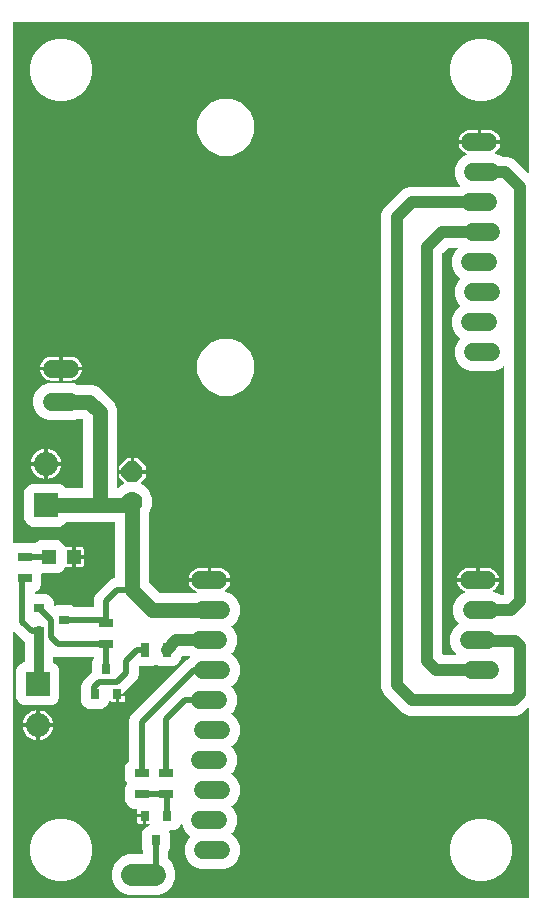
<source format=gbr>
G04 EAGLE Gerber RS-274X export*
G75*
%MOMM*%
%FSLAX34Y34*%
%LPD*%
%INBottom Copper*%
%IPPOS*%
%AMOC8*
5,1,8,0,0,1.08239X$1,22.5*%
G01*
%ADD10C,1.524000*%
%ADD11R,2.032000X2.032000*%
%ADD12C,2.032000*%
%ADD13R,0.800000X1.200000*%
%ADD14P,1.924489X8X112.500000*%
%ADD15C,1.778000*%
%ADD16R,0.900000X0.800000*%
%ADD17R,0.800000X0.900000*%
%ADD18R,1.200000X0.800000*%
%ADD19R,1.200000X1.200000*%
%ADD20C,1.879600*%
%ADD21C,1.016000*%
%ADD22C,1.270000*%
%ADD23C,0.508000*%
%ADD24C,0.812800*%

G36*
X-446100Y10164D02*
X-446100Y10164D01*
X-446120Y10162D01*
X-446222Y10184D01*
X-446324Y10200D01*
X-446341Y10210D01*
X-446361Y10214D01*
X-446450Y10267D01*
X-446541Y10316D01*
X-446555Y10330D01*
X-446572Y10340D01*
X-446639Y10419D01*
X-446710Y10494D01*
X-446719Y10512D01*
X-446732Y10527D01*
X-446770Y10623D01*
X-446814Y10717D01*
X-446816Y10737D01*
X-446824Y10755D01*
X-446842Y10922D01*
X-446901Y235156D01*
X-446889Y235227D01*
X-446888Y235299D01*
X-446870Y235348D01*
X-446861Y235399D01*
X-446828Y235462D01*
X-446803Y235530D01*
X-446771Y235570D01*
X-446746Y235616D01*
X-446694Y235666D01*
X-446649Y235722D01*
X-446606Y235750D01*
X-446568Y235786D01*
X-446503Y235816D01*
X-446443Y235855D01*
X-446392Y235868D01*
X-446345Y235889D01*
X-446274Y235897D01*
X-446204Y235915D01*
X-446152Y235911D01*
X-446101Y235917D01*
X-446030Y235901D01*
X-445959Y235896D01*
X-445911Y235875D01*
X-445860Y235864D01*
X-445798Y235827D01*
X-445732Y235799D01*
X-445677Y235755D01*
X-445649Y235738D01*
X-445634Y235720D01*
X-445601Y235695D01*
X-437288Y227381D01*
X-437235Y227307D01*
X-437175Y227237D01*
X-437163Y227207D01*
X-437144Y227181D01*
X-437117Y227094D01*
X-437083Y227009D01*
X-437079Y226968D01*
X-437072Y226946D01*
X-437073Y226914D01*
X-437065Y226843D01*
X-437065Y210512D01*
X-437084Y210398D01*
X-437101Y210281D01*
X-437103Y210276D01*
X-437104Y210270D01*
X-437159Y210167D01*
X-437212Y210062D01*
X-437217Y210058D01*
X-437220Y210052D01*
X-437304Y209972D01*
X-437388Y209890D01*
X-437394Y209886D01*
X-437398Y209883D01*
X-437415Y209875D01*
X-437535Y209809D01*
X-440592Y208543D01*
X-442843Y206292D01*
X-444061Y203351D01*
X-444061Y179849D01*
X-442843Y176908D01*
X-440592Y174657D01*
X-437651Y173439D01*
X-414149Y173439D01*
X-411208Y174657D01*
X-408957Y176908D01*
X-407739Y179849D01*
X-407739Y203351D01*
X-408957Y206292D01*
X-411208Y208543D01*
X-412465Y209063D01*
X-412565Y209125D01*
X-412665Y209185D01*
X-412669Y209190D01*
X-412674Y209193D01*
X-412749Y209284D01*
X-412825Y209372D01*
X-412827Y209378D01*
X-412831Y209383D01*
X-412873Y209491D01*
X-412917Y209600D01*
X-412918Y209608D01*
X-412919Y209612D01*
X-412920Y209630D01*
X-412935Y209767D01*
X-412935Y214082D01*
X-412928Y214127D01*
X-412930Y214173D01*
X-412908Y214248D01*
X-412896Y214324D01*
X-412874Y214365D01*
X-412861Y214409D01*
X-412817Y214473D01*
X-412780Y214542D01*
X-412747Y214573D01*
X-412721Y214611D01*
X-412658Y214658D01*
X-412602Y214711D01*
X-412560Y214730D01*
X-412524Y214758D01*
X-412450Y214782D01*
X-412379Y214815D01*
X-412333Y214820D01*
X-412290Y214834D01*
X-412212Y214833D01*
X-412135Y214842D01*
X-412090Y214832D01*
X-412044Y214832D01*
X-411913Y214794D01*
X-411894Y214790D01*
X-411890Y214787D01*
X-411883Y214785D01*
X-411097Y214459D01*
X-379302Y214459D01*
X-379282Y214456D01*
X-379263Y214458D01*
X-379161Y214436D01*
X-379059Y214420D01*
X-379042Y214410D01*
X-379022Y214406D01*
X-378933Y214353D01*
X-378842Y214304D01*
X-378828Y214290D01*
X-378811Y214280D01*
X-378744Y214201D01*
X-378672Y214126D01*
X-378664Y214108D01*
X-378651Y214093D01*
X-378612Y213997D01*
X-378569Y213903D01*
X-378567Y213883D01*
X-378559Y213865D01*
X-378541Y213698D01*
X-378541Y213589D01*
X-378555Y213499D01*
X-378563Y213408D01*
X-378575Y213379D01*
X-378580Y213347D01*
X-378623Y213266D01*
X-378659Y213182D01*
X-378685Y213150D01*
X-378696Y213129D01*
X-378719Y213107D01*
X-378764Y213051D01*
X-378783Y213032D01*
X-380001Y210091D01*
X-380001Y202221D01*
X-380015Y202131D01*
X-380023Y202040D01*
X-380035Y202011D01*
X-380040Y201979D01*
X-380083Y201898D01*
X-380119Y201814D01*
X-380145Y201782D01*
X-380156Y201761D01*
X-380179Y201739D01*
X-380224Y201683D01*
X-386936Y194971D01*
X-388004Y192393D01*
X-388038Y192337D01*
X-388064Y192277D01*
X-388116Y192212D01*
X-388133Y192184D01*
X-388148Y192171D01*
X-388169Y192146D01*
X-388283Y192032D01*
X-389501Y189091D01*
X-389501Y176909D01*
X-388283Y173968D01*
X-386032Y171717D01*
X-383091Y170499D01*
X-371909Y170499D01*
X-368968Y171717D01*
X-366717Y173968D01*
X-365643Y176561D01*
X-365619Y176600D01*
X-365603Y176644D01*
X-365554Y176704D01*
X-365513Y176770D01*
X-365478Y176800D01*
X-365449Y176836D01*
X-365384Y176878D01*
X-365324Y176927D01*
X-365281Y176944D01*
X-365242Y176969D01*
X-365167Y176988D01*
X-365094Y177015D01*
X-365048Y177017D01*
X-365004Y177029D01*
X-364926Y177023D01*
X-364849Y177026D01*
X-364804Y177013D01*
X-364759Y177009D01*
X-364687Y176979D01*
X-364612Y176957D01*
X-364575Y176931D01*
X-364532Y176913D01*
X-364426Y176828D01*
X-364410Y176817D01*
X-364407Y176813D01*
X-364401Y176808D01*
X-364060Y176467D01*
X-363481Y176132D01*
X-362834Y175959D01*
X-360023Y175959D01*
X-360023Y181698D01*
X-360020Y181718D01*
X-360022Y181737D01*
X-360000Y181839D01*
X-359983Y181941D01*
X-359974Y181958D01*
X-359970Y181978D01*
X-359917Y182067D01*
X-359868Y182158D01*
X-359854Y182172D01*
X-359844Y182189D01*
X-359765Y182256D01*
X-359690Y182328D01*
X-359672Y182336D01*
X-359657Y182349D01*
X-359561Y182388D01*
X-359467Y182431D01*
X-359447Y182433D01*
X-359429Y182441D01*
X-359262Y182459D01*
X-357738Y182459D01*
X-357718Y182456D01*
X-357699Y182458D01*
X-357597Y182436D01*
X-357495Y182420D01*
X-357478Y182410D01*
X-357458Y182406D01*
X-357369Y182353D01*
X-357278Y182304D01*
X-357264Y182290D01*
X-357247Y182280D01*
X-357180Y182201D01*
X-357109Y182126D01*
X-357100Y182108D01*
X-357087Y182093D01*
X-357048Y181997D01*
X-357005Y181903D01*
X-357003Y181883D01*
X-356995Y181865D01*
X-356977Y181698D01*
X-356977Y175959D01*
X-354166Y175959D01*
X-353519Y176132D01*
X-352940Y176467D01*
X-352467Y176940D01*
X-352132Y177519D01*
X-351959Y178166D01*
X-351959Y181477D01*
X-355448Y181477D01*
X-355544Y181493D01*
X-355641Y181502D01*
X-355665Y181512D01*
X-355691Y181517D01*
X-355777Y181562D01*
X-355866Y181602D01*
X-355885Y181619D01*
X-355908Y181632D01*
X-355975Y181702D01*
X-356047Y181768D01*
X-356060Y181791D01*
X-356078Y181810D01*
X-356119Y181898D01*
X-356166Y181984D01*
X-356170Y182009D01*
X-356181Y182033D01*
X-356192Y182130D01*
X-356209Y182226D01*
X-356206Y182252D01*
X-356208Y182278D01*
X-356188Y182373D01*
X-356174Y182469D01*
X-356162Y182492D01*
X-356156Y182518D01*
X-356106Y182601D01*
X-356062Y182688D01*
X-356043Y182707D01*
X-356030Y182729D01*
X-355956Y182792D01*
X-355886Y182860D01*
X-355858Y182876D01*
X-355843Y182889D01*
X-355812Y182901D01*
X-355739Y182941D01*
X-353029Y184064D01*
X-352793Y184300D01*
X-352719Y184353D01*
X-352650Y184413D01*
X-352619Y184425D01*
X-352593Y184444D01*
X-352506Y184471D01*
X-352421Y184505D01*
X-352380Y184509D01*
X-352358Y184516D01*
X-352326Y184515D01*
X-352255Y184523D01*
X-351959Y184523D01*
X-351959Y184819D01*
X-351945Y184909D01*
X-351937Y185000D01*
X-351925Y185029D01*
X-351920Y185061D01*
X-351877Y185142D01*
X-351841Y185226D01*
X-351815Y185258D01*
X-351804Y185279D01*
X-351781Y185301D01*
X-351736Y185357D01*
X-342064Y195029D01*
X-340459Y198903D01*
X-340459Y205638D01*
X-340456Y205658D01*
X-340458Y205677D01*
X-340436Y205779D01*
X-340420Y205881D01*
X-340410Y205898D01*
X-340406Y205918D01*
X-340353Y206007D01*
X-340304Y206098D01*
X-340290Y206112D01*
X-340280Y206129D01*
X-340201Y206196D01*
X-340126Y206268D01*
X-340108Y206276D01*
X-340093Y206289D01*
X-339997Y206328D01*
X-339903Y206371D01*
X-339883Y206373D01*
X-339865Y206381D01*
X-339698Y206399D01*
X-329309Y206399D01*
X-326303Y207644D01*
X-326239Y207691D01*
X-326219Y207696D01*
X-326202Y207707D01*
X-326102Y207733D01*
X-326003Y207763D01*
X-325983Y207762D01*
X-325964Y207767D01*
X-325861Y207759D01*
X-325758Y207757D01*
X-325739Y207750D01*
X-325719Y207748D01*
X-325624Y207708D01*
X-325527Y207672D01*
X-325511Y207659D01*
X-325492Y207652D01*
X-325468Y207632D01*
X-322491Y206399D01*
X-311309Y206399D01*
X-308368Y207617D01*
X-306117Y209868D01*
X-304899Y212809D01*
X-304899Y213586D01*
X-304885Y213677D01*
X-304877Y213767D01*
X-304865Y213797D01*
X-304860Y213829D01*
X-304817Y213910D01*
X-304781Y213994D01*
X-304755Y214026D01*
X-304744Y214047D01*
X-304721Y214069D01*
X-304676Y214125D01*
X-303505Y215296D01*
X-303431Y215349D01*
X-303361Y215409D01*
X-303331Y215421D01*
X-303305Y215440D01*
X-303218Y215467D01*
X-303133Y215501D01*
X-303092Y215505D01*
X-303070Y215512D01*
X-303038Y215511D01*
X-302966Y215519D01*
X-297616Y215519D01*
X-297526Y215505D01*
X-297435Y215497D01*
X-297405Y215485D01*
X-297373Y215480D01*
X-297292Y215437D01*
X-297208Y215401D01*
X-297176Y215375D01*
X-297156Y215364D01*
X-297152Y215361D01*
X-297123Y215343D01*
X-297080Y215327D01*
X-297019Y215279D01*
X-296953Y215238D01*
X-296924Y215202D01*
X-296888Y215174D01*
X-296846Y215108D01*
X-296797Y215048D01*
X-296780Y215005D01*
X-296755Y214967D01*
X-296736Y214891D01*
X-296708Y214819D01*
X-296706Y214773D01*
X-296695Y214728D01*
X-296701Y214651D01*
X-296698Y214573D01*
X-296711Y214529D01*
X-296714Y214483D01*
X-296745Y214412D01*
X-296766Y214337D01*
X-296793Y214299D01*
X-296811Y214257D01*
X-296896Y214150D01*
X-296907Y214135D01*
X-296911Y214132D01*
X-296915Y214126D01*
X-298186Y212855D01*
X-298239Y212817D01*
X-298286Y212771D01*
X-298359Y212731D01*
X-298386Y212712D01*
X-298404Y212706D01*
X-298433Y212690D01*
X-299771Y212136D01*
X-346936Y164971D01*
X-348541Y161097D01*
X-348541Y127089D01*
X-348555Y126999D01*
X-348563Y126908D01*
X-348575Y126879D01*
X-348580Y126847D01*
X-348623Y126766D01*
X-348659Y126682D01*
X-348685Y126650D01*
X-348696Y126629D01*
X-348719Y126607D01*
X-348764Y126551D01*
X-350783Y124532D01*
X-352001Y121591D01*
X-352001Y110409D01*
X-350756Y107403D01*
X-350710Y107339D01*
X-350704Y107320D01*
X-350693Y107303D01*
X-350668Y107203D01*
X-350637Y107104D01*
X-350638Y107084D01*
X-350633Y107064D01*
X-350641Y106962D01*
X-350643Y106858D01*
X-350650Y106839D01*
X-350652Y106819D01*
X-350692Y106724D01*
X-350728Y106627D01*
X-350740Y106611D01*
X-350748Y106593D01*
X-350768Y106568D01*
X-352001Y103591D01*
X-352001Y92409D01*
X-350783Y89468D01*
X-348532Y87217D01*
X-345591Y85999D01*
X-342721Y85999D01*
X-342604Y85980D01*
X-342486Y85962D01*
X-342482Y85960D01*
X-342478Y85960D01*
X-342372Y85904D01*
X-342267Y85849D01*
X-342264Y85846D01*
X-342261Y85844D01*
X-342178Y85757D01*
X-342096Y85673D01*
X-342094Y85669D01*
X-342091Y85666D01*
X-342041Y85558D01*
X-341990Y85451D01*
X-341989Y85447D01*
X-341988Y85443D01*
X-341974Y85325D01*
X-341960Y85207D01*
X-341961Y85202D01*
X-341960Y85199D01*
X-341963Y85185D01*
X-341985Y85041D01*
X-342041Y84834D01*
X-342041Y81523D01*
X-336262Y81523D01*
X-336242Y81520D01*
X-336223Y81522D01*
X-336121Y81500D01*
X-336019Y81483D01*
X-336002Y81474D01*
X-335982Y81470D01*
X-335893Y81417D01*
X-335802Y81368D01*
X-335788Y81354D01*
X-335771Y81344D01*
X-335704Y81265D01*
X-335633Y81190D01*
X-335624Y81172D01*
X-335611Y81157D01*
X-335572Y81061D01*
X-335529Y80967D01*
X-335527Y80947D01*
X-335519Y80929D01*
X-335501Y80762D01*
X-335501Y79999D01*
X-334738Y79999D01*
X-334718Y79996D01*
X-334699Y79998D01*
X-334597Y79976D01*
X-334495Y79959D01*
X-334478Y79950D01*
X-334458Y79946D01*
X-334369Y79893D01*
X-334278Y79844D01*
X-334264Y79830D01*
X-334247Y79820D01*
X-334180Y79741D01*
X-334109Y79666D01*
X-334100Y79648D01*
X-334087Y79633D01*
X-334048Y79537D01*
X-334005Y79443D01*
X-334003Y79423D01*
X-333995Y79405D01*
X-333977Y79238D01*
X-333977Y72959D01*
X-331897Y72959D01*
X-331801Y72944D01*
X-331704Y72934D01*
X-331680Y72924D01*
X-331655Y72920D01*
X-331569Y72874D01*
X-331480Y72834D01*
X-331460Y72817D01*
X-331437Y72804D01*
X-331370Y72734D01*
X-331298Y72668D01*
X-331286Y72645D01*
X-331268Y72626D01*
X-331227Y72538D01*
X-331180Y72452D01*
X-331175Y72427D01*
X-331164Y72403D01*
X-331153Y72306D01*
X-331136Y72210D01*
X-331140Y72184D01*
X-331137Y72159D01*
X-331158Y72063D01*
X-331172Y71967D01*
X-331184Y71944D01*
X-331189Y71918D01*
X-331239Y71835D01*
X-331283Y71748D01*
X-331302Y71729D01*
X-331315Y71707D01*
X-331389Y71644D01*
X-331459Y71576D01*
X-331488Y71560D01*
X-331502Y71547D01*
X-331533Y71535D01*
X-331606Y71495D01*
X-334532Y70283D01*
X-336783Y68032D01*
X-338001Y65091D01*
X-338001Y52909D01*
X-336783Y49968D01*
X-336764Y49949D01*
X-336711Y49875D01*
X-336651Y49806D01*
X-336639Y49776D01*
X-336620Y49749D01*
X-336593Y49662D01*
X-336559Y49577D01*
X-336555Y49537D01*
X-336548Y49514D01*
X-336549Y49482D01*
X-336541Y49411D01*
X-336541Y48160D01*
X-336544Y48140D01*
X-336542Y48121D01*
X-336564Y48019D01*
X-336580Y47917D01*
X-336590Y47900D01*
X-336594Y47880D01*
X-336647Y47791D01*
X-336696Y47700D01*
X-336710Y47686D01*
X-336720Y47669D01*
X-336799Y47602D01*
X-336874Y47530D01*
X-336892Y47522D01*
X-336907Y47509D01*
X-337003Y47470D01*
X-337097Y47427D01*
X-337117Y47425D01*
X-337135Y47417D01*
X-337302Y47399D01*
X-349257Y47399D01*
X-355652Y44750D01*
X-360546Y39856D01*
X-363195Y33461D01*
X-363195Y26539D01*
X-360546Y20144D01*
X-355652Y15250D01*
X-349257Y12601D01*
X-323539Y12601D01*
X-317144Y15250D01*
X-312250Y20144D01*
X-309601Y26539D01*
X-309601Y33461D01*
X-312250Y39856D01*
X-315236Y42842D01*
X-315289Y42916D01*
X-315349Y42985D01*
X-315361Y43015D01*
X-315380Y43042D01*
X-315407Y43129D01*
X-315441Y43213D01*
X-315445Y43254D01*
X-315452Y43277D01*
X-315451Y43309D01*
X-315459Y43380D01*
X-315459Y49411D01*
X-315445Y49501D01*
X-315437Y49592D01*
X-315425Y49622D01*
X-315420Y49653D01*
X-315377Y49734D01*
X-315341Y49818D01*
X-315315Y49850D01*
X-315304Y49871D01*
X-315281Y49893D01*
X-315236Y49949D01*
X-315217Y49968D01*
X-313999Y52909D01*
X-313999Y65091D01*
X-314561Y66447D01*
X-314571Y66491D01*
X-314590Y66533D01*
X-314599Y66610D01*
X-314617Y66686D01*
X-314613Y66732D01*
X-314618Y66777D01*
X-314601Y66854D01*
X-314594Y66931D01*
X-314575Y66973D01*
X-314565Y67018D01*
X-314525Y67085D01*
X-314494Y67156D01*
X-314463Y67190D01*
X-314439Y67229D01*
X-314380Y67280D01*
X-314327Y67337D01*
X-314287Y67359D01*
X-314252Y67389D01*
X-314180Y67418D01*
X-314112Y67455D01*
X-314067Y67464D01*
X-314024Y67481D01*
X-313888Y67496D01*
X-313870Y67499D01*
X-313865Y67498D01*
X-313857Y67499D01*
X-310909Y67499D01*
X-307968Y68717D01*
X-305717Y70968D01*
X-305077Y72513D01*
X-305039Y72574D01*
X-305010Y72640D01*
X-304975Y72678D01*
X-304948Y72722D01*
X-304892Y72768D01*
X-304844Y72821D01*
X-304798Y72846D01*
X-304758Y72879D01*
X-304691Y72905D01*
X-304628Y72939D01*
X-304577Y72949D01*
X-304529Y72967D01*
X-304457Y72970D01*
X-304386Y72983D01*
X-304335Y72975D01*
X-304283Y72978D01*
X-304214Y72958D01*
X-304143Y72947D01*
X-304097Y72924D01*
X-304047Y72909D01*
X-303988Y72868D01*
X-303924Y72836D01*
X-303887Y72799D01*
X-303845Y72769D01*
X-303802Y72711D01*
X-303752Y72660D01*
X-303717Y72597D01*
X-303698Y72572D01*
X-303690Y72549D01*
X-303671Y72513D01*
X-301533Y67352D01*
X-297126Y62944D01*
X-297123Y62943D01*
X-297080Y62927D01*
X-297019Y62879D01*
X-296953Y62838D01*
X-296924Y62802D01*
X-296888Y62774D01*
X-296846Y62708D01*
X-296797Y62648D01*
X-296780Y62605D01*
X-296755Y62567D01*
X-296736Y62491D01*
X-296708Y62419D01*
X-296706Y62373D01*
X-296695Y62328D01*
X-296701Y62251D01*
X-296698Y62173D01*
X-296711Y62129D01*
X-296714Y62083D01*
X-296745Y62012D01*
X-296766Y61937D01*
X-296793Y61899D01*
X-296811Y61857D01*
X-296896Y61750D01*
X-296907Y61735D01*
X-296911Y61732D01*
X-296915Y61726D01*
X-298993Y59648D01*
X-301371Y53907D01*
X-301371Y47693D01*
X-298993Y41952D01*
X-294598Y37557D01*
X-288857Y35179D01*
X-267403Y35179D01*
X-261662Y37557D01*
X-257267Y41952D01*
X-254889Y47693D01*
X-254889Y53907D01*
X-257267Y59648D01*
X-261674Y64056D01*
X-261677Y64057D01*
X-261720Y64073D01*
X-261781Y64121D01*
X-261847Y64162D01*
X-261876Y64198D01*
X-261912Y64226D01*
X-261954Y64292D01*
X-262003Y64352D01*
X-262020Y64395D01*
X-262045Y64433D01*
X-262064Y64509D01*
X-262092Y64581D01*
X-262094Y64627D01*
X-262105Y64672D01*
X-262099Y64749D01*
X-262102Y64827D01*
X-262089Y64871D01*
X-262086Y64917D01*
X-262055Y64988D01*
X-262034Y65063D01*
X-262007Y65101D01*
X-261989Y65143D01*
X-261904Y65250D01*
X-261893Y65265D01*
X-261889Y65268D01*
X-261885Y65274D01*
X-259807Y67352D01*
X-257429Y73093D01*
X-257429Y79307D01*
X-259807Y85048D01*
X-261885Y87126D01*
X-261911Y87163D01*
X-261945Y87194D01*
X-261983Y87262D01*
X-262028Y87325D01*
X-262042Y87369D01*
X-262064Y87410D01*
X-262078Y87486D01*
X-262101Y87561D01*
X-262099Y87606D01*
X-262108Y87652D01*
X-262096Y87729D01*
X-262094Y87806D01*
X-262078Y87850D01*
X-262072Y87895D01*
X-262036Y87964D01*
X-262010Y88037D01*
X-261981Y88073D01*
X-261960Y88114D01*
X-261905Y88169D01*
X-261856Y88229D01*
X-261817Y88254D01*
X-261785Y88286D01*
X-261669Y88350D01*
X-257267Y92752D01*
X-254889Y98493D01*
X-254889Y104707D01*
X-257267Y110448D01*
X-261674Y114856D01*
X-261677Y114857D01*
X-261720Y114873D01*
X-261781Y114921D01*
X-261847Y114962D01*
X-261876Y114998D01*
X-261912Y115026D01*
X-261954Y115092D01*
X-262003Y115152D01*
X-262020Y115195D01*
X-262045Y115233D01*
X-262064Y115309D01*
X-262092Y115381D01*
X-262094Y115427D01*
X-262105Y115472D01*
X-262099Y115549D01*
X-262102Y115627D01*
X-262089Y115671D01*
X-262086Y115717D01*
X-262055Y115788D01*
X-262034Y115863D01*
X-262007Y115901D01*
X-261989Y115943D01*
X-261904Y116050D01*
X-261893Y116065D01*
X-261889Y116068D01*
X-261885Y116074D01*
X-259807Y118152D01*
X-257429Y123893D01*
X-257429Y130107D01*
X-259807Y135848D01*
X-261885Y137926D01*
X-261911Y137963D01*
X-261945Y137994D01*
X-261983Y138062D01*
X-262028Y138125D01*
X-262042Y138169D01*
X-262064Y138210D01*
X-262078Y138286D01*
X-262101Y138361D01*
X-262099Y138406D01*
X-262108Y138452D01*
X-262096Y138529D01*
X-262094Y138606D01*
X-262078Y138650D01*
X-262072Y138695D01*
X-262036Y138764D01*
X-262010Y138837D01*
X-261981Y138873D01*
X-261960Y138914D01*
X-261905Y138969D01*
X-261856Y139029D01*
X-261817Y139054D01*
X-261785Y139086D01*
X-261669Y139150D01*
X-257267Y143552D01*
X-254889Y149293D01*
X-254889Y155507D01*
X-257267Y161248D01*
X-261674Y165656D01*
X-261677Y165657D01*
X-261720Y165673D01*
X-261781Y165721D01*
X-261847Y165762D01*
X-261876Y165798D01*
X-261912Y165826D01*
X-261954Y165892D01*
X-262003Y165952D01*
X-262020Y165995D01*
X-262045Y166033D01*
X-262064Y166109D01*
X-262092Y166181D01*
X-262094Y166227D01*
X-262105Y166272D01*
X-262099Y166349D01*
X-262102Y166427D01*
X-262089Y166471D01*
X-262086Y166517D01*
X-262055Y166588D01*
X-262034Y166663D01*
X-262007Y166701D01*
X-261989Y166743D01*
X-261904Y166850D01*
X-261893Y166865D01*
X-261889Y166868D01*
X-261885Y166874D01*
X-259807Y168952D01*
X-257429Y174693D01*
X-257429Y180907D01*
X-259807Y186648D01*
X-261885Y188726D01*
X-261911Y188763D01*
X-261945Y188794D01*
X-261983Y188862D01*
X-262028Y188925D01*
X-262042Y188969D01*
X-262064Y189010D01*
X-262078Y189086D01*
X-262101Y189161D01*
X-262099Y189206D01*
X-262108Y189252D01*
X-262096Y189329D01*
X-262094Y189406D01*
X-262078Y189450D01*
X-262072Y189495D01*
X-262036Y189564D01*
X-262010Y189637D01*
X-261981Y189673D01*
X-261960Y189714D01*
X-261905Y189769D01*
X-261856Y189829D01*
X-261817Y189854D01*
X-261785Y189886D01*
X-261669Y189950D01*
X-257267Y194352D01*
X-254889Y200093D01*
X-254889Y206307D01*
X-257267Y212048D01*
X-261674Y216456D01*
X-261677Y216457D01*
X-261720Y216473D01*
X-261781Y216521D01*
X-261847Y216562D01*
X-261876Y216598D01*
X-261912Y216626D01*
X-261954Y216692D01*
X-262003Y216752D01*
X-262020Y216795D01*
X-262045Y216833D01*
X-262064Y216909D01*
X-262092Y216981D01*
X-262094Y217027D01*
X-262105Y217072D01*
X-262099Y217149D01*
X-262102Y217227D01*
X-262089Y217271D01*
X-262086Y217317D01*
X-262055Y217388D01*
X-262034Y217463D01*
X-262007Y217501D01*
X-261989Y217543D01*
X-261904Y217650D01*
X-261893Y217665D01*
X-261889Y217668D01*
X-261885Y217674D01*
X-259807Y219752D01*
X-257429Y225493D01*
X-257429Y231707D01*
X-259807Y237448D01*
X-261885Y239526D01*
X-261911Y239563D01*
X-261945Y239594D01*
X-261958Y239618D01*
X-261970Y239630D01*
X-261989Y239671D01*
X-262028Y239725D01*
X-262042Y239769D01*
X-262064Y239810D01*
X-262070Y239846D01*
X-262074Y239853D01*
X-262077Y239882D01*
X-262078Y239886D01*
X-262101Y239961D01*
X-262099Y240006D01*
X-262108Y240052D01*
X-262101Y240097D01*
X-262101Y240098D01*
X-262101Y240099D01*
X-262096Y240129D01*
X-262094Y240206D01*
X-262078Y240250D01*
X-262072Y240295D01*
X-262036Y240364D01*
X-262010Y240437D01*
X-261981Y240473D01*
X-261960Y240514D01*
X-261905Y240569D01*
X-261856Y240629D01*
X-261817Y240654D01*
X-261785Y240686D01*
X-261669Y240750D01*
X-257267Y245152D01*
X-254889Y250893D01*
X-254889Y257107D01*
X-257267Y262848D01*
X-261662Y267243D01*
X-267307Y269581D01*
X-267396Y269636D01*
X-267488Y269687D01*
X-267500Y269701D01*
X-267516Y269710D01*
X-267583Y269791D01*
X-267654Y269869D01*
X-267661Y269886D01*
X-267672Y269900D01*
X-267710Y269998D01*
X-267753Y270094D01*
X-267754Y270113D01*
X-267761Y270130D01*
X-267765Y270235D01*
X-267775Y270339D01*
X-267770Y270357D01*
X-267771Y270375D01*
X-267742Y270476D01*
X-267717Y270579D01*
X-267708Y270594D01*
X-267703Y270612D01*
X-267643Y270698D01*
X-267587Y270787D01*
X-267570Y270802D01*
X-267562Y270814D01*
X-267537Y270832D01*
X-267463Y270900D01*
X-266431Y271650D01*
X-265300Y272781D01*
X-264360Y274075D01*
X-263634Y275500D01*
X-263139Y277021D01*
X-263004Y277877D01*
X-279908Y277877D01*
X-279928Y277880D01*
X-279947Y277878D01*
X-280049Y277900D01*
X-280151Y277917D01*
X-280168Y277926D01*
X-280188Y277930D01*
X-280277Y277983D01*
X-280368Y278032D01*
X-280382Y278046D01*
X-280399Y278056D01*
X-280466Y278135D01*
X-280537Y278210D01*
X-280546Y278228D01*
X-280559Y278243D01*
X-280597Y278339D01*
X-280641Y278433D01*
X-280643Y278453D01*
X-280651Y278471D01*
X-280669Y278638D01*
X-280669Y279401D01*
X-280671Y279401D01*
X-280671Y278638D01*
X-280674Y278618D01*
X-280672Y278599D01*
X-280694Y278497D01*
X-280711Y278395D01*
X-280720Y278378D01*
X-280724Y278358D01*
X-280777Y278269D01*
X-280826Y278178D01*
X-280840Y278164D01*
X-280850Y278147D01*
X-280929Y278080D01*
X-281004Y278009D01*
X-281022Y278000D01*
X-281037Y277987D01*
X-281133Y277948D01*
X-281227Y277905D01*
X-281247Y277903D01*
X-281265Y277895D01*
X-281432Y277877D01*
X-298336Y277877D01*
X-298201Y277021D01*
X-297706Y275500D01*
X-296980Y274075D01*
X-296040Y272781D01*
X-294909Y271650D01*
X-293615Y270710D01*
X-292190Y269984D01*
X-291794Y269855D01*
X-291704Y269808D01*
X-291611Y269767D01*
X-291595Y269752D01*
X-291575Y269742D01*
X-291505Y269669D01*
X-291430Y269601D01*
X-291420Y269581D01*
X-291404Y269565D01*
X-291360Y269474D01*
X-291312Y269385D01*
X-291308Y269364D01*
X-291298Y269343D01*
X-291286Y269243D01*
X-291268Y269143D01*
X-291271Y269121D01*
X-291268Y269099D01*
X-291289Y269000D01*
X-291304Y268900D01*
X-291314Y268880D01*
X-291318Y268858D01*
X-291369Y268771D01*
X-291415Y268681D01*
X-291431Y268665D01*
X-291442Y268646D01*
X-291518Y268579D01*
X-291591Y268508D01*
X-291615Y268495D01*
X-291627Y268484D01*
X-291658Y268472D01*
X-291738Y268428D01*
X-291783Y268409D01*
X-291843Y268395D01*
X-291855Y268390D01*
X-291857Y268390D01*
X-291908Y268369D01*
X-291991Y268360D01*
X-292023Y268353D01*
X-292042Y268354D01*
X-292075Y268351D01*
X-322740Y268351D01*
X-322831Y268365D01*
X-322921Y268373D01*
X-322951Y268385D01*
X-322983Y268390D01*
X-323064Y268433D01*
X-323148Y268469D01*
X-323180Y268495D01*
X-323201Y268506D01*
X-323223Y268529D01*
X-323279Y268574D01*
X-331326Y276621D01*
X-331379Y276695D01*
X-331439Y276765D01*
X-331451Y276795D01*
X-331470Y276821D01*
X-331497Y276908D01*
X-331531Y276993D01*
X-331535Y277034D01*
X-331542Y277056D01*
X-331541Y277088D01*
X-331549Y277160D01*
X-331549Y335957D01*
X-331540Y336013D01*
X-331540Y336015D01*
X-331539Y336023D01*
X-331538Y336087D01*
X-331515Y336167D01*
X-331510Y336199D01*
X-331500Y336217D01*
X-331491Y336248D01*
X-329009Y342240D01*
X-329009Y348960D01*
X-331581Y355168D01*
X-336332Y359919D01*
X-338450Y360796D01*
X-338489Y360821D01*
X-338532Y360836D01*
X-338592Y360885D01*
X-338659Y360926D01*
X-338688Y360961D01*
X-338724Y360990D01*
X-338766Y361055D01*
X-338815Y361115D01*
X-338832Y361158D01*
X-338857Y361197D01*
X-338876Y361272D01*
X-338904Y361345D01*
X-338906Y361391D01*
X-338917Y361435D01*
X-338911Y361513D01*
X-338914Y361591D01*
X-338901Y361635D01*
X-338898Y361681D01*
X-338867Y361752D01*
X-338846Y361827D01*
X-338819Y361865D01*
X-338801Y361907D01*
X-338716Y362014D01*
X-338705Y362029D01*
X-338701Y362032D01*
X-338697Y362038D01*
X-334469Y366265D01*
X-334469Y369477D01*
X-345138Y369477D01*
X-345158Y369480D01*
X-345177Y369478D01*
X-345279Y369500D01*
X-345381Y369517D01*
X-345398Y369526D01*
X-345418Y369530D01*
X-345507Y369583D01*
X-345598Y369632D01*
X-345612Y369646D01*
X-345629Y369656D01*
X-345696Y369735D01*
X-345767Y369810D01*
X-345776Y369828D01*
X-345789Y369843D01*
X-345827Y369939D01*
X-345871Y370033D01*
X-345873Y370053D01*
X-345881Y370071D01*
X-345899Y370238D01*
X-345899Y371001D01*
X-345901Y371001D01*
X-345901Y370238D01*
X-345904Y370218D01*
X-345902Y370199D01*
X-345924Y370097D01*
X-345941Y369995D01*
X-345950Y369978D01*
X-345954Y369958D01*
X-346007Y369869D01*
X-346056Y369778D01*
X-346070Y369764D01*
X-346080Y369747D01*
X-346159Y369680D01*
X-346234Y369609D01*
X-346252Y369600D01*
X-346267Y369587D01*
X-346363Y369548D01*
X-346457Y369505D01*
X-346477Y369503D01*
X-346495Y369495D01*
X-346662Y369477D01*
X-357331Y369477D01*
X-357331Y366265D01*
X-353103Y362038D01*
X-353077Y362001D01*
X-353043Y361970D01*
X-353005Y361901D01*
X-352960Y361838D01*
X-352946Y361794D01*
X-352924Y361754D01*
X-352910Y361677D01*
X-352888Y361603D01*
X-352889Y361557D01*
X-352881Y361512D01*
X-352892Y361435D01*
X-352894Y361357D01*
X-352910Y361314D01*
X-352916Y361269D01*
X-352952Y361199D01*
X-352978Y361126D01*
X-353007Y361090D01*
X-353028Y361049D01*
X-353083Y360995D01*
X-353132Y360934D01*
X-353171Y360909D01*
X-353203Y360877D01*
X-353323Y360811D01*
X-353339Y360801D01*
X-353344Y360800D01*
X-353350Y360796D01*
X-355468Y359919D01*
X-357730Y357657D01*
X-357788Y357616D01*
X-357840Y357566D01*
X-357887Y357544D01*
X-357929Y357514D01*
X-357998Y357493D01*
X-358063Y357463D01*
X-358115Y357457D01*
X-358165Y357441D01*
X-358236Y357443D01*
X-358307Y357435D01*
X-358358Y357446D01*
X-358410Y357448D01*
X-358478Y357472D01*
X-358548Y357488D01*
X-358593Y357514D01*
X-358641Y357532D01*
X-358697Y357577D01*
X-358759Y357614D01*
X-358793Y357653D01*
X-358833Y357686D01*
X-358872Y357746D01*
X-358919Y357801D01*
X-358938Y357849D01*
X-358966Y357893D01*
X-358984Y357962D01*
X-359011Y358029D01*
X-359019Y358100D01*
X-359027Y358131D01*
X-359025Y358155D01*
X-359029Y358196D01*
X-359029Y424495D01*
X-361214Y429769D01*
X-374141Y442696D01*
X-379415Y444881D01*
X-392455Y444881D01*
X-392520Y444891D01*
X-392586Y444892D01*
X-392666Y444915D01*
X-392698Y444920D01*
X-392715Y444930D01*
X-392747Y444939D01*
X-395673Y446151D01*
X-417127Y446151D01*
X-422868Y443773D01*
X-427263Y439378D01*
X-429641Y433637D01*
X-429641Y427423D01*
X-427263Y421682D01*
X-422868Y417287D01*
X-417127Y414909D01*
X-395673Y414909D01*
X-392747Y416121D01*
X-392683Y416136D01*
X-392622Y416161D01*
X-392539Y416170D01*
X-392507Y416177D01*
X-392488Y416176D01*
X-392455Y416179D01*
X-388530Y416179D01*
X-388440Y416165D01*
X-388349Y416157D01*
X-388319Y416145D01*
X-388287Y416140D01*
X-388206Y416097D01*
X-388122Y416061D01*
X-388090Y416035D01*
X-388069Y416024D01*
X-388047Y416001D01*
X-387991Y415956D01*
X-387954Y415919D01*
X-387906Y415852D01*
X-387900Y415846D01*
X-387898Y415842D01*
X-387841Y415775D01*
X-387829Y415745D01*
X-387810Y415719D01*
X-387783Y415632D01*
X-387749Y415547D01*
X-387745Y415506D01*
X-387738Y415484D01*
X-387739Y415452D01*
X-387731Y415380D01*
X-387731Y358012D01*
X-387734Y357992D01*
X-387732Y357973D01*
X-387754Y357871D01*
X-387770Y357769D01*
X-387780Y357752D01*
X-387784Y357732D01*
X-387837Y357643D01*
X-387886Y357552D01*
X-387900Y357538D01*
X-387910Y357521D01*
X-387989Y357454D01*
X-388064Y357382D01*
X-388082Y357374D01*
X-388097Y357361D01*
X-388193Y357322D01*
X-388287Y357279D01*
X-388307Y357277D01*
X-388325Y357269D01*
X-388492Y357251D01*
X-401507Y357251D01*
X-401623Y357270D01*
X-401739Y357287D01*
X-401744Y357290D01*
X-401750Y357290D01*
X-401853Y357345D01*
X-401958Y357399D01*
X-401962Y357403D01*
X-401967Y357406D01*
X-402019Y357460D01*
X-402050Y357485D01*
X-404408Y359843D01*
X-407349Y361061D01*
X-430851Y361061D01*
X-433792Y359843D01*
X-436043Y357592D01*
X-437261Y354651D01*
X-437261Y331149D01*
X-436043Y328208D01*
X-433792Y325957D01*
X-430851Y324739D01*
X-407349Y324739D01*
X-404408Y325957D01*
X-402093Y328272D01*
X-402089Y328279D01*
X-402085Y328283D01*
X-402082Y328288D01*
X-402058Y328307D01*
X-402050Y328315D01*
X-402038Y328323D01*
X-401992Y328362D01*
X-401902Y328439D01*
X-401897Y328441D01*
X-401892Y328445D01*
X-401784Y328486D01*
X-401674Y328531D01*
X-401667Y328532D01*
X-401663Y328533D01*
X-401645Y328534D01*
X-401507Y328549D01*
X-361012Y328549D01*
X-360992Y328546D01*
X-360973Y328548D01*
X-360871Y328526D01*
X-360769Y328510D01*
X-360752Y328500D01*
X-360732Y328496D01*
X-360643Y328443D01*
X-360552Y328394D01*
X-360538Y328380D01*
X-360521Y328370D01*
X-360454Y328291D01*
X-360382Y328216D01*
X-360374Y328198D01*
X-360361Y328183D01*
X-360322Y328087D01*
X-360279Y327993D01*
X-360277Y327973D01*
X-360269Y327955D01*
X-360251Y327788D01*
X-360251Y282202D01*
X-360254Y282182D01*
X-360252Y282163D01*
X-360274Y282061D01*
X-360290Y281959D01*
X-360300Y281942D01*
X-360304Y281922D01*
X-360357Y281833D01*
X-360406Y281742D01*
X-360420Y281728D01*
X-360430Y281711D01*
X-360509Y281644D01*
X-360584Y281572D01*
X-360602Y281564D01*
X-360617Y281551D01*
X-360713Y281512D01*
X-360807Y281469D01*
X-360827Y281467D01*
X-360845Y281459D01*
X-361012Y281441D01*
X-361197Y281441D01*
X-365071Y279836D01*
X-376936Y267971D01*
X-378541Y264097D01*
X-378541Y257302D01*
X-378544Y257282D01*
X-378542Y257263D01*
X-378564Y257161D01*
X-378580Y257059D01*
X-378590Y257042D01*
X-378594Y257022D01*
X-378647Y256933D01*
X-378696Y256842D01*
X-378710Y256828D01*
X-378720Y256811D01*
X-378799Y256744D01*
X-378874Y256672D01*
X-378892Y256664D01*
X-378907Y256651D01*
X-379003Y256612D01*
X-379097Y256569D01*
X-379117Y256567D01*
X-379135Y256559D01*
X-379302Y256541D01*
X-394411Y256541D01*
X-394501Y256555D01*
X-394592Y256563D01*
X-394621Y256575D01*
X-394653Y256580D01*
X-394734Y256623D01*
X-394818Y256659D01*
X-394850Y256685D01*
X-394871Y256696D01*
X-394893Y256719D01*
X-394949Y256764D01*
X-394968Y256783D01*
X-397909Y258001D01*
X-410091Y258001D01*
X-411391Y257462D01*
X-411505Y257436D01*
X-411618Y257407D01*
X-411624Y257408D01*
X-411630Y257406D01*
X-411747Y257417D01*
X-411863Y257426D01*
X-411869Y257429D01*
X-411875Y257429D01*
X-411983Y257477D01*
X-412090Y257523D01*
X-412095Y257527D01*
X-412100Y257529D01*
X-412114Y257542D01*
X-412221Y257627D01*
X-412276Y257683D01*
X-412329Y257757D01*
X-412389Y257827D01*
X-412401Y257857D01*
X-412420Y257883D01*
X-412447Y257970D01*
X-412481Y258055D01*
X-412485Y258096D01*
X-412492Y258118D01*
X-412491Y258150D01*
X-412499Y258221D01*
X-412499Y261091D01*
X-413717Y264032D01*
X-415968Y266283D01*
X-418909Y267501D01*
X-427698Y267501D01*
X-427718Y267504D01*
X-427737Y267502D01*
X-427839Y267524D01*
X-427941Y267540D01*
X-427958Y267550D01*
X-427978Y267554D01*
X-428067Y267607D01*
X-428158Y267656D01*
X-428172Y267670D01*
X-428189Y267680D01*
X-428256Y267759D01*
X-428328Y267834D01*
X-428336Y267852D01*
X-428349Y267867D01*
X-428388Y267963D01*
X-428431Y268057D01*
X-428433Y268077D01*
X-428441Y268095D01*
X-428459Y268262D01*
X-428459Y268884D01*
X-428440Y268999D01*
X-428423Y269115D01*
X-428421Y269120D01*
X-428420Y269127D01*
X-428365Y269229D01*
X-428312Y269334D01*
X-428307Y269338D01*
X-428304Y269344D01*
X-428220Y269424D01*
X-428136Y269506D01*
X-428130Y269510D01*
X-428126Y269513D01*
X-428109Y269521D01*
X-427989Y269587D01*
X-426468Y270217D01*
X-424217Y272468D01*
X-422999Y275409D01*
X-422999Y284238D01*
X-422998Y284247D01*
X-422998Y284250D01*
X-422996Y284259D01*
X-422998Y284277D01*
X-422976Y284379D01*
X-422960Y284481D01*
X-422950Y284498D01*
X-422946Y284518D01*
X-422893Y284607D01*
X-422844Y284698D01*
X-422830Y284712D01*
X-422820Y284729D01*
X-422741Y284796D01*
X-422666Y284868D01*
X-422648Y284876D01*
X-422633Y284889D01*
X-422537Y284928D01*
X-422443Y284971D01*
X-422423Y284973D01*
X-422405Y284981D01*
X-422238Y284999D01*
X-408909Y284999D01*
X-405968Y286217D01*
X-403717Y288468D01*
X-403042Y290098D01*
X-402993Y290177D01*
X-402950Y290260D01*
X-402929Y290281D01*
X-402913Y290307D01*
X-402841Y290366D01*
X-402774Y290431D01*
X-402746Y290444D01*
X-402723Y290464D01*
X-402636Y290497D01*
X-402552Y290537D01*
X-402522Y290541D01*
X-402494Y290552D01*
X-402400Y290556D01*
X-402308Y290567D01*
X-402270Y290561D01*
X-402248Y290562D01*
X-402216Y290553D01*
X-402142Y290542D01*
X-401835Y290459D01*
X-397023Y290459D01*
X-397023Y298238D01*
X-397020Y298258D01*
X-397022Y298277D01*
X-397000Y298379D01*
X-396983Y298481D01*
X-396974Y298498D01*
X-396970Y298518D01*
X-396917Y298607D01*
X-396868Y298698D01*
X-396854Y298712D01*
X-396844Y298729D01*
X-396765Y298796D01*
X-396690Y298867D01*
X-396672Y298876D01*
X-396657Y298889D01*
X-396561Y298928D01*
X-396467Y298971D01*
X-396447Y298973D01*
X-396429Y298981D01*
X-396262Y298999D01*
X-395499Y298999D01*
X-395499Y299001D01*
X-396262Y299001D01*
X-396282Y299004D01*
X-396301Y299002D01*
X-396403Y299024D01*
X-396505Y299041D01*
X-396522Y299050D01*
X-396542Y299054D01*
X-396631Y299107D01*
X-396722Y299156D01*
X-396736Y299170D01*
X-396753Y299180D01*
X-396820Y299259D01*
X-396891Y299334D01*
X-396900Y299352D01*
X-396913Y299367D01*
X-396952Y299463D01*
X-396995Y299557D01*
X-396997Y299577D01*
X-397005Y299595D01*
X-397023Y299762D01*
X-397023Y307541D01*
X-401835Y307541D01*
X-402142Y307458D01*
X-402234Y307449D01*
X-402327Y307432D01*
X-402357Y307437D01*
X-402387Y307434D01*
X-402478Y307455D01*
X-402570Y307468D01*
X-402597Y307482D01*
X-402626Y307489D01*
X-402706Y307537D01*
X-402789Y307580D01*
X-402810Y307601D01*
X-402836Y307617D01*
X-402896Y307689D01*
X-402961Y307755D01*
X-402980Y307789D01*
X-402994Y307806D01*
X-403006Y307836D01*
X-403042Y307902D01*
X-403717Y309532D01*
X-405968Y311783D01*
X-408909Y313001D01*
X-424091Y313001D01*
X-427032Y311783D01*
X-427921Y310893D01*
X-428017Y310825D01*
X-428110Y310755D01*
X-428116Y310753D01*
X-428121Y310750D01*
X-428233Y310715D01*
X-428344Y310679D01*
X-428350Y310679D01*
X-428356Y310677D01*
X-428473Y310680D01*
X-428590Y310682D01*
X-428597Y310684D01*
X-428602Y310684D01*
X-428620Y310690D01*
X-428751Y310728D01*
X-429409Y311001D01*
X-444591Y311001D01*
X-445868Y310472D01*
X-445913Y310461D01*
X-445955Y310442D01*
X-446032Y310433D01*
X-446108Y310416D01*
X-446153Y310420D01*
X-446199Y310415D01*
X-446275Y310431D01*
X-446353Y310439D01*
X-446395Y310457D01*
X-446439Y310467D01*
X-446506Y310507D01*
X-446577Y310539D01*
X-446611Y310570D01*
X-446651Y310593D01*
X-446701Y310652D01*
X-446759Y310705D01*
X-446781Y310745D01*
X-446810Y310780D01*
X-446840Y310852D01*
X-446877Y310921D01*
X-446885Y310966D01*
X-446902Y311008D01*
X-446918Y311144D01*
X-446921Y311163D01*
X-446920Y311168D01*
X-446921Y311175D01*
X-447036Y751078D01*
X-447033Y751098D01*
X-447035Y751117D01*
X-447013Y751219D01*
X-446997Y751321D01*
X-446987Y751338D01*
X-446983Y751358D01*
X-446930Y751447D01*
X-446882Y751538D01*
X-446867Y751552D01*
X-446857Y751569D01*
X-446778Y751636D01*
X-446703Y751707D01*
X-446685Y751716D01*
X-446670Y751729D01*
X-446574Y751768D01*
X-446480Y751811D01*
X-446461Y751813D01*
X-446442Y751821D01*
X-446275Y751839D01*
X-10922Y751839D01*
X-10902Y751836D01*
X-10883Y751838D01*
X-10781Y751816D01*
X-10679Y751800D01*
X-10662Y751790D01*
X-10642Y751786D01*
X-10553Y751733D01*
X-10462Y751684D01*
X-10448Y751670D01*
X-10431Y751660D01*
X-10364Y751581D01*
X-10292Y751506D01*
X-10284Y751488D01*
X-10271Y751473D01*
X-10232Y751377D01*
X-10189Y751283D01*
X-10187Y751263D01*
X-10179Y751245D01*
X-10161Y751078D01*
X-10161Y624857D01*
X-10172Y624787D01*
X-10174Y624715D01*
X-10192Y624666D01*
X-10200Y624615D01*
X-10234Y624551D01*
X-10259Y624484D01*
X-10291Y624443D01*
X-10316Y624397D01*
X-10368Y624348D01*
X-10412Y624292D01*
X-10456Y624264D01*
X-10494Y624228D01*
X-10559Y624198D01*
X-10619Y624159D01*
X-10670Y624146D01*
X-10717Y624124D01*
X-10788Y624116D01*
X-10858Y624099D01*
X-10910Y624103D01*
X-10961Y624097D01*
X-11032Y624113D01*
X-11103Y624118D01*
X-11151Y624138D01*
X-11202Y624150D01*
X-11263Y624186D01*
X-11329Y624214D01*
X-11385Y624259D01*
X-11413Y624276D01*
X-11428Y624293D01*
X-11460Y624319D01*
X-23070Y635929D01*
X-27878Y637921D01*
X-32584Y637921D01*
X-32675Y637936D01*
X-32766Y637943D01*
X-32795Y637955D01*
X-32827Y637960D01*
X-32908Y638003D01*
X-32992Y638039D01*
X-33024Y638065D01*
X-33045Y638076D01*
X-38707Y640421D01*
X-38796Y640476D01*
X-38888Y640527D01*
X-38900Y640541D01*
X-38916Y640550D01*
X-38983Y640631D01*
X-39054Y640709D01*
X-39061Y640726D01*
X-39072Y640740D01*
X-39110Y640838D01*
X-39153Y640934D01*
X-39154Y640953D01*
X-39161Y640970D01*
X-39165Y641075D01*
X-39175Y641179D01*
X-39170Y641197D01*
X-39171Y641215D01*
X-39142Y641316D01*
X-39117Y641419D01*
X-39108Y641434D01*
X-39103Y641452D01*
X-39043Y641538D01*
X-38987Y641627D01*
X-38970Y641642D01*
X-38962Y641654D01*
X-38937Y641672D01*
X-38863Y641740D01*
X-37831Y642490D01*
X-36700Y643621D01*
X-35760Y644915D01*
X-35034Y646340D01*
X-34539Y647861D01*
X-34404Y648717D01*
X-51308Y648717D01*
X-51328Y648720D01*
X-51347Y648718D01*
X-51449Y648740D01*
X-51551Y648757D01*
X-51568Y648766D01*
X-51588Y648770D01*
X-51677Y648823D01*
X-51768Y648872D01*
X-51782Y648886D01*
X-51799Y648896D01*
X-51866Y648975D01*
X-51937Y649050D01*
X-51946Y649068D01*
X-51959Y649083D01*
X-51997Y649179D01*
X-52041Y649273D01*
X-52043Y649293D01*
X-52051Y649311D01*
X-52069Y649478D01*
X-52069Y650241D01*
X-52071Y650241D01*
X-52071Y649478D01*
X-52074Y649458D01*
X-52072Y649439D01*
X-52094Y649337D01*
X-52111Y649235D01*
X-52120Y649218D01*
X-52124Y649198D01*
X-52177Y649109D01*
X-52226Y649018D01*
X-52240Y649004D01*
X-52250Y648987D01*
X-52329Y648920D01*
X-52404Y648849D01*
X-52422Y648840D01*
X-52437Y648827D01*
X-52533Y648788D01*
X-52627Y648745D01*
X-52647Y648743D01*
X-52665Y648735D01*
X-52832Y648717D01*
X-69736Y648717D01*
X-69601Y647861D01*
X-69106Y646340D01*
X-68380Y644915D01*
X-67440Y643621D01*
X-66309Y642490D01*
X-65015Y641550D01*
X-63590Y640824D01*
X-63194Y640695D01*
X-63104Y640648D01*
X-63011Y640607D01*
X-62995Y640592D01*
X-62975Y640582D01*
X-62905Y640509D01*
X-62830Y640441D01*
X-62819Y640421D01*
X-62804Y640405D01*
X-62760Y640314D01*
X-62712Y640225D01*
X-62708Y640203D01*
X-62698Y640183D01*
X-62686Y640083D01*
X-62668Y639983D01*
X-62671Y639961D01*
X-62668Y639939D01*
X-62689Y639840D01*
X-62704Y639740D01*
X-62714Y639720D01*
X-62718Y639698D01*
X-62769Y639611D01*
X-62815Y639521D01*
X-62831Y639505D01*
X-62842Y639486D01*
X-62918Y639419D01*
X-62991Y639348D01*
X-63015Y639335D01*
X-63027Y639324D01*
X-63058Y639312D01*
X-63138Y639268D01*
X-65998Y638083D01*
X-70393Y633688D01*
X-72771Y627947D01*
X-72771Y621733D01*
X-70393Y615992D01*
X-68315Y613914D01*
X-68288Y613877D01*
X-68255Y613846D01*
X-68217Y613778D01*
X-68172Y613715D01*
X-68158Y613671D01*
X-68136Y613630D01*
X-68122Y613554D01*
X-68099Y613479D01*
X-68101Y613434D01*
X-68092Y613388D01*
X-68104Y613311D01*
X-68106Y613234D01*
X-68122Y613190D01*
X-68128Y613145D01*
X-68163Y613076D01*
X-68190Y613003D01*
X-68219Y612967D01*
X-68240Y612926D01*
X-68295Y612871D01*
X-68344Y612811D01*
X-68383Y612786D01*
X-68415Y612753D01*
X-68535Y612688D01*
X-68551Y612678D01*
X-68556Y612676D01*
X-68562Y612673D01*
X-68581Y612665D01*
X-68621Y612631D01*
X-68651Y612619D01*
X-68677Y612600D01*
X-68764Y612573D01*
X-68849Y612539D01*
X-68890Y612535D01*
X-68912Y612528D01*
X-68944Y612529D01*
X-69016Y612521D01*
X-111822Y612521D01*
X-116630Y610529D01*
X-120416Y606743D01*
X-129223Y597936D01*
X-133009Y594150D01*
X-135001Y589342D01*
X-135001Y187898D01*
X-133009Y183090D01*
X-116630Y166711D01*
X-111822Y164719D01*
X-20258Y164719D01*
X-15450Y166711D01*
X-11460Y170701D01*
X-11402Y170743D01*
X-11350Y170792D01*
X-11303Y170814D01*
X-11261Y170844D01*
X-11192Y170865D01*
X-11127Y170896D01*
X-11075Y170901D01*
X-11025Y170917D01*
X-10954Y170915D01*
X-10883Y170923D01*
X-10832Y170912D01*
X-10780Y170910D01*
X-10712Y170886D01*
X-10642Y170870D01*
X-10597Y170844D01*
X-10549Y170826D01*
X-10493Y170781D01*
X-10431Y170744D01*
X-10397Y170705D01*
X-10357Y170672D01*
X-10318Y170612D01*
X-10271Y170557D01*
X-10252Y170509D01*
X-10224Y170465D01*
X-10206Y170396D01*
X-10179Y170329D01*
X-10171Y170258D01*
X-10163Y170227D01*
X-10165Y170203D01*
X-10161Y170163D01*
X-10161Y10922D01*
X-10164Y10902D01*
X-10162Y10883D01*
X-10184Y10781D01*
X-10200Y10679D01*
X-10210Y10662D01*
X-10214Y10642D01*
X-10267Y10553D01*
X-10316Y10462D01*
X-10330Y10448D01*
X-10340Y10431D01*
X-10419Y10364D01*
X-10494Y10292D01*
X-10512Y10284D01*
X-10527Y10271D01*
X-10623Y10232D01*
X-10717Y10189D01*
X-10737Y10187D01*
X-10755Y10179D01*
X-10922Y10161D01*
X-446081Y10161D01*
X-446100Y10164D01*
G37*
G36*
X-82698Y216084D02*
X-82698Y216084D01*
X-82717Y216082D01*
X-82819Y216104D01*
X-82921Y216120D01*
X-82938Y216130D01*
X-82958Y216134D01*
X-83047Y216187D01*
X-83138Y216236D01*
X-83152Y216250D01*
X-83169Y216260D01*
X-83236Y216339D01*
X-83308Y216414D01*
X-83316Y216432D01*
X-83329Y216447D01*
X-83368Y216543D01*
X-83411Y216637D01*
X-83413Y216657D01*
X-83421Y216675D01*
X-83439Y216842D01*
X-83439Y555606D01*
X-83425Y555697D01*
X-83417Y555787D01*
X-83405Y555817D01*
X-83400Y555849D01*
X-83357Y555930D01*
X-83321Y556014D01*
X-83295Y556046D01*
X-83284Y556067D01*
X-83261Y556089D01*
X-83216Y556145D01*
X-78625Y560736D01*
X-78551Y560789D01*
X-78481Y560849D01*
X-78451Y560861D01*
X-78425Y560880D01*
X-78338Y560907D01*
X-78253Y560941D01*
X-78212Y560945D01*
X-78190Y560952D01*
X-78158Y560951D01*
X-78086Y560959D01*
X-71300Y560959D01*
X-71229Y560948D01*
X-71157Y560946D01*
X-71108Y560928D01*
X-71057Y560920D01*
X-70993Y560886D01*
X-70926Y560861D01*
X-70885Y560829D01*
X-70839Y560804D01*
X-70790Y560752D01*
X-70734Y560708D01*
X-70706Y560664D01*
X-70670Y560626D01*
X-70640Y560561D01*
X-70601Y560501D01*
X-70588Y560450D01*
X-70566Y560403D01*
X-70559Y560332D01*
X-70541Y560262D01*
X-70545Y560210D01*
X-70539Y560159D01*
X-70555Y560088D01*
X-70560Y560017D01*
X-70581Y559969D01*
X-70592Y559918D01*
X-70628Y559857D01*
X-70656Y559791D01*
X-70701Y559735D01*
X-70718Y559707D01*
X-70736Y559692D01*
X-70761Y559660D01*
X-72933Y557488D01*
X-75311Y551747D01*
X-75311Y545533D01*
X-72933Y539792D01*
X-68526Y535384D01*
X-68523Y535383D01*
X-68480Y535367D01*
X-68419Y535319D01*
X-68353Y535278D01*
X-68324Y535242D01*
X-68288Y535214D01*
X-68246Y535148D01*
X-68197Y535088D01*
X-68180Y535045D01*
X-68155Y535007D01*
X-68136Y534931D01*
X-68108Y534859D01*
X-68106Y534813D01*
X-68095Y534768D01*
X-68101Y534691D01*
X-68098Y534613D01*
X-68111Y534569D01*
X-68114Y534523D01*
X-68145Y534452D01*
X-68166Y534377D01*
X-68193Y534339D01*
X-68211Y534297D01*
X-68296Y534190D01*
X-68307Y534175D01*
X-68311Y534172D01*
X-68315Y534166D01*
X-70393Y532088D01*
X-72771Y526347D01*
X-72771Y520133D01*
X-70393Y514392D01*
X-68315Y512314D01*
X-68289Y512277D01*
X-68255Y512246D01*
X-68217Y512178D01*
X-68172Y512115D01*
X-68158Y512071D01*
X-68136Y512030D01*
X-68122Y511954D01*
X-68099Y511879D01*
X-68101Y511834D01*
X-68092Y511788D01*
X-68104Y511711D01*
X-68106Y511634D01*
X-68122Y511590D01*
X-68128Y511545D01*
X-68164Y511476D01*
X-68190Y511403D01*
X-68219Y511367D01*
X-68240Y511326D01*
X-68295Y511271D01*
X-68344Y511211D01*
X-68383Y511186D01*
X-68415Y511154D01*
X-68531Y511090D01*
X-72933Y506688D01*
X-75311Y500947D01*
X-75311Y494733D01*
X-72933Y488992D01*
X-68526Y484584D01*
X-68523Y484583D01*
X-68480Y484567D01*
X-68419Y484519D01*
X-68353Y484478D01*
X-68324Y484442D01*
X-68288Y484414D01*
X-68246Y484348D01*
X-68197Y484288D01*
X-68180Y484245D01*
X-68155Y484207D01*
X-68136Y484131D01*
X-68108Y484059D01*
X-68106Y484013D01*
X-68095Y483968D01*
X-68101Y483891D01*
X-68098Y483813D01*
X-68111Y483769D01*
X-68114Y483723D01*
X-68145Y483652D01*
X-68166Y483577D01*
X-68193Y483539D01*
X-68211Y483497D01*
X-68296Y483390D01*
X-68307Y483375D01*
X-68311Y483372D01*
X-68315Y483366D01*
X-70393Y481288D01*
X-72771Y475547D01*
X-72771Y469333D01*
X-70393Y463592D01*
X-65998Y459197D01*
X-60257Y456819D01*
X-38803Y456819D01*
X-33062Y459197D01*
X-32160Y460099D01*
X-32102Y460141D01*
X-32050Y460190D01*
X-32003Y460212D01*
X-31961Y460242D01*
X-31892Y460263D01*
X-31827Y460294D01*
X-31775Y460299D01*
X-31725Y460315D01*
X-31654Y460313D01*
X-31583Y460321D01*
X-31532Y460310D01*
X-31480Y460308D01*
X-31412Y460284D01*
X-31342Y460268D01*
X-31297Y460242D01*
X-31249Y460224D01*
X-31193Y460179D01*
X-31131Y460142D01*
X-31097Y460103D01*
X-31057Y460070D01*
X-31018Y460010D01*
X-30971Y459955D01*
X-30952Y459907D01*
X-30924Y459863D01*
X-30906Y459794D01*
X-30879Y459727D01*
X-30871Y459656D01*
X-30863Y459625D01*
X-30865Y459601D01*
X-30861Y459560D01*
X-30861Y267842D01*
X-30864Y267822D01*
X-30862Y267803D01*
X-30884Y267701D01*
X-30900Y267599D01*
X-30910Y267582D01*
X-30914Y267562D01*
X-30967Y267473D01*
X-31016Y267382D01*
X-31030Y267368D01*
X-31040Y267351D01*
X-31119Y267284D01*
X-31194Y267212D01*
X-31212Y267204D01*
X-31227Y267191D01*
X-31323Y267152D01*
X-31417Y267109D01*
X-31437Y267107D01*
X-31455Y267099D01*
X-31622Y267081D01*
X-33854Y267081D01*
X-33945Y267096D01*
X-34036Y267103D01*
X-34065Y267115D01*
X-34097Y267120D01*
X-34178Y267163D01*
X-34262Y267199D01*
X-34294Y267225D01*
X-34315Y267236D01*
X-39977Y269581D01*
X-40066Y269636D01*
X-40158Y269687D01*
X-40170Y269701D01*
X-40186Y269710D01*
X-40253Y269791D01*
X-40324Y269869D01*
X-40331Y269886D01*
X-40342Y269900D01*
X-40380Y269998D01*
X-40423Y270094D01*
X-40424Y270113D01*
X-40431Y270130D01*
X-40435Y270235D01*
X-40445Y270339D01*
X-40440Y270357D01*
X-40441Y270375D01*
X-40412Y270476D01*
X-40387Y270579D01*
X-40378Y270594D01*
X-40373Y270612D01*
X-40313Y270698D01*
X-40257Y270787D01*
X-40240Y270802D01*
X-40232Y270814D01*
X-40207Y270832D01*
X-40133Y270900D01*
X-39101Y271650D01*
X-37970Y272781D01*
X-37030Y274075D01*
X-36304Y275500D01*
X-35809Y277021D01*
X-35674Y277877D01*
X-52578Y277877D01*
X-52598Y277880D01*
X-52617Y277878D01*
X-52719Y277900D01*
X-52821Y277917D01*
X-52838Y277926D01*
X-52858Y277930D01*
X-52947Y277983D01*
X-53038Y278032D01*
X-53052Y278046D01*
X-53069Y278056D01*
X-53136Y278135D01*
X-53207Y278210D01*
X-53216Y278228D01*
X-53229Y278243D01*
X-53267Y278339D01*
X-53311Y278433D01*
X-53313Y278453D01*
X-53321Y278471D01*
X-53339Y278638D01*
X-53339Y279401D01*
X-53341Y279401D01*
X-53341Y278638D01*
X-53344Y278618D01*
X-53342Y278599D01*
X-53364Y278497D01*
X-53381Y278395D01*
X-53390Y278378D01*
X-53394Y278358D01*
X-53447Y278269D01*
X-53496Y278178D01*
X-53510Y278164D01*
X-53520Y278147D01*
X-53599Y278080D01*
X-53674Y278009D01*
X-53692Y278000D01*
X-53707Y277987D01*
X-53803Y277948D01*
X-53897Y277905D01*
X-53917Y277903D01*
X-53935Y277895D01*
X-54102Y277877D01*
X-71006Y277877D01*
X-70871Y277021D01*
X-70376Y275500D01*
X-69650Y274075D01*
X-68710Y272781D01*
X-67579Y271650D01*
X-66285Y270710D01*
X-64860Y269984D01*
X-64464Y269855D01*
X-64374Y269808D01*
X-64281Y269767D01*
X-64265Y269752D01*
X-64245Y269742D01*
X-64175Y269669D01*
X-64100Y269601D01*
X-64089Y269581D01*
X-64074Y269565D01*
X-64030Y269474D01*
X-63982Y269385D01*
X-63978Y269363D01*
X-63968Y269343D01*
X-63956Y269243D01*
X-63938Y269143D01*
X-63941Y269121D01*
X-63938Y269099D01*
X-63959Y269000D01*
X-63974Y268900D01*
X-63984Y268880D01*
X-63988Y268858D01*
X-64039Y268771D01*
X-64085Y268681D01*
X-64101Y268665D01*
X-64112Y268646D01*
X-64188Y268579D01*
X-64261Y268508D01*
X-64285Y268495D01*
X-64297Y268484D01*
X-64328Y268472D01*
X-64408Y268428D01*
X-67268Y267243D01*
X-71663Y262848D01*
X-74041Y257107D01*
X-74041Y250893D01*
X-71663Y245152D01*
X-69585Y243074D01*
X-69558Y243037D01*
X-69525Y243006D01*
X-69487Y242938D01*
X-69442Y242875D01*
X-69428Y242831D01*
X-69406Y242790D01*
X-69392Y242714D01*
X-69369Y242639D01*
X-69371Y242594D01*
X-69362Y242548D01*
X-69374Y242471D01*
X-69376Y242394D01*
X-69392Y242350D01*
X-69398Y242305D01*
X-69433Y242236D01*
X-69460Y242163D01*
X-69489Y242127D01*
X-69510Y242086D01*
X-69565Y242031D01*
X-69614Y241971D01*
X-69653Y241946D01*
X-69685Y241913D01*
X-69801Y241850D01*
X-74203Y237448D01*
X-76581Y231707D01*
X-76581Y225493D01*
X-74203Y219752D01*
X-71831Y217380D01*
X-71789Y217322D01*
X-71740Y217270D01*
X-71718Y217223D01*
X-71688Y217181D01*
X-71667Y217112D01*
X-71636Y217047D01*
X-71631Y216995D01*
X-71615Y216945D01*
X-71617Y216874D01*
X-71609Y216803D01*
X-71620Y216752D01*
X-71622Y216700D01*
X-71646Y216632D01*
X-71662Y216562D01*
X-71688Y216517D01*
X-71706Y216469D01*
X-71751Y216413D01*
X-71788Y216351D01*
X-71827Y216317D01*
X-71860Y216277D01*
X-71920Y216238D01*
X-71975Y216191D01*
X-72023Y216172D01*
X-72067Y216144D01*
X-72136Y216126D01*
X-72203Y216099D01*
X-72274Y216091D01*
X-72305Y216083D01*
X-72329Y216085D01*
X-72370Y216081D01*
X-82678Y216081D01*
X-82698Y216084D01*
G37*
%LPC*%
G36*
X-402956Y685039D02*
X-402956Y685039D01*
X-396302Y686822D01*
X-390337Y690266D01*
X-385466Y695137D01*
X-382022Y701102D01*
X-380239Y707756D01*
X-380239Y714644D01*
X-382022Y721298D01*
X-385466Y727263D01*
X-390337Y732134D01*
X-396302Y735578D01*
X-402956Y737361D01*
X-409844Y737361D01*
X-416498Y735578D01*
X-422463Y732134D01*
X-427334Y727263D01*
X-430778Y721298D01*
X-432561Y714644D01*
X-432561Y707756D01*
X-430778Y701102D01*
X-427334Y695137D01*
X-422463Y690266D01*
X-416498Y686822D01*
X-409844Y685039D01*
X-402956Y685039D01*
G37*
%LPD*%
%LPC*%
G36*
X-47356Y685039D02*
X-47356Y685039D01*
X-40702Y686822D01*
X-34737Y690266D01*
X-29866Y695137D01*
X-26422Y701102D01*
X-24639Y707756D01*
X-24639Y714644D01*
X-26422Y721298D01*
X-29866Y727263D01*
X-34737Y732134D01*
X-40702Y735578D01*
X-47356Y737361D01*
X-54244Y737361D01*
X-60898Y735578D01*
X-66863Y732134D01*
X-71734Y727263D01*
X-75178Y721298D01*
X-76961Y714644D01*
X-76961Y707756D01*
X-75178Y701102D01*
X-71734Y695137D01*
X-66863Y690266D01*
X-60898Y686822D01*
X-54244Y685039D01*
X-47356Y685039D01*
G37*
%LPD*%
%LPC*%
G36*
X-47356Y24639D02*
X-47356Y24639D01*
X-40702Y26422D01*
X-34737Y29866D01*
X-29866Y34737D01*
X-26422Y40702D01*
X-24639Y47356D01*
X-24639Y54244D01*
X-26422Y60898D01*
X-29866Y66863D01*
X-34737Y71734D01*
X-40702Y75178D01*
X-47356Y76961D01*
X-54244Y76961D01*
X-60898Y75178D01*
X-66863Y71734D01*
X-71734Y66863D01*
X-75178Y60898D01*
X-76961Y54244D01*
X-76961Y47356D01*
X-75178Y40702D01*
X-71734Y34737D01*
X-66863Y29866D01*
X-60898Y26422D01*
X-54244Y24639D01*
X-47356Y24639D01*
G37*
%LPD*%
%LPC*%
G36*
X-402956Y24639D02*
X-402956Y24639D01*
X-396302Y26422D01*
X-390337Y29866D01*
X-385466Y34737D01*
X-382022Y40702D01*
X-380239Y47356D01*
X-380239Y54244D01*
X-382022Y60898D01*
X-385466Y66863D01*
X-390337Y71734D01*
X-396302Y75178D01*
X-402956Y76961D01*
X-409844Y76961D01*
X-416498Y75178D01*
X-422463Y71734D01*
X-427334Y66863D01*
X-430778Y60898D01*
X-432561Y54244D01*
X-432561Y47356D01*
X-430778Y40702D01*
X-427334Y34737D01*
X-422463Y29866D01*
X-416498Y26422D01*
X-409844Y24639D01*
X-402956Y24639D01*
G37*
%LPD*%
%LPC*%
G36*
X-261900Y638809D02*
X-261900Y638809D01*
X-253031Y642483D01*
X-246243Y649271D01*
X-242569Y658140D01*
X-242569Y667740D01*
X-246243Y676609D01*
X-253031Y683397D01*
X-261900Y687071D01*
X-271500Y687071D01*
X-280369Y683397D01*
X-287157Y676609D01*
X-290831Y667740D01*
X-290831Y658140D01*
X-287157Y649271D01*
X-280369Y642483D01*
X-271500Y638809D01*
X-261900Y638809D01*
G37*
%LPD*%
%LPC*%
G36*
X-261900Y435609D02*
X-261900Y435609D01*
X-253031Y439283D01*
X-246243Y446071D01*
X-242569Y454940D01*
X-242569Y464540D01*
X-246243Y473409D01*
X-253031Y480197D01*
X-261900Y483871D01*
X-271500Y483871D01*
X-280369Y480197D01*
X-287157Y473409D01*
X-290831Y464540D01*
X-290831Y454940D01*
X-287157Y446071D01*
X-280369Y439283D01*
X-271500Y435609D01*
X-261900Y435609D01*
G37*
%LPD*%
%LPC*%
G36*
X-53593Y651763D02*
X-53593Y651763D01*
X-53593Y660401D01*
X-60490Y660401D01*
X-62069Y660151D01*
X-63590Y659656D01*
X-65015Y658930D01*
X-66309Y657990D01*
X-67440Y656859D01*
X-68380Y655565D01*
X-69106Y654140D01*
X-69601Y652619D01*
X-69736Y651763D01*
X-53593Y651763D01*
G37*
%LPD*%
%LPC*%
G36*
X-407923Y459993D02*
X-407923Y459993D01*
X-407923Y468631D01*
X-414820Y468631D01*
X-416399Y468381D01*
X-417920Y467886D01*
X-419345Y467160D01*
X-420639Y466220D01*
X-421770Y465089D01*
X-422710Y463795D01*
X-423436Y462370D01*
X-423931Y460849D01*
X-424066Y459993D01*
X-407923Y459993D01*
G37*
%LPD*%
%LPC*%
G36*
X-54863Y280923D02*
X-54863Y280923D01*
X-54863Y289561D01*
X-61760Y289561D01*
X-63339Y289311D01*
X-64860Y288816D01*
X-66285Y288090D01*
X-67579Y287150D01*
X-68710Y286019D01*
X-69650Y284725D01*
X-70376Y283300D01*
X-70871Y281779D01*
X-71006Y280923D01*
X-54863Y280923D01*
G37*
%LPD*%
%LPC*%
G36*
X-282193Y280923D02*
X-282193Y280923D01*
X-282193Y289561D01*
X-289090Y289561D01*
X-290669Y289311D01*
X-292190Y288816D01*
X-293615Y288090D01*
X-294909Y287150D01*
X-296040Y286019D01*
X-296980Y284725D01*
X-297706Y283300D01*
X-298201Y281779D01*
X-298336Y280923D01*
X-282193Y280923D01*
G37*
%LPD*%
%LPC*%
G36*
X-34404Y651763D02*
X-34404Y651763D01*
X-34539Y652619D01*
X-35034Y654140D01*
X-35760Y655565D01*
X-36700Y656859D01*
X-37831Y657990D01*
X-39125Y658930D01*
X-40550Y659656D01*
X-42071Y660151D01*
X-43650Y660401D01*
X-50547Y660401D01*
X-50547Y651763D01*
X-34404Y651763D01*
G37*
%LPD*%
%LPC*%
G36*
X-388734Y459993D02*
X-388734Y459993D01*
X-388869Y460849D01*
X-389364Y462370D01*
X-390090Y463795D01*
X-391030Y465089D01*
X-392161Y466220D01*
X-393455Y467160D01*
X-394880Y467886D01*
X-396401Y468381D01*
X-397980Y468631D01*
X-404877Y468631D01*
X-404877Y459993D01*
X-388734Y459993D01*
G37*
%LPD*%
%LPC*%
G36*
X-263004Y280923D02*
X-263004Y280923D01*
X-263139Y281779D01*
X-263634Y283300D01*
X-264360Y284725D01*
X-265300Y286019D01*
X-266431Y287150D01*
X-267725Y288090D01*
X-269150Y288816D01*
X-270671Y289311D01*
X-272250Y289561D01*
X-279147Y289561D01*
X-279147Y280923D01*
X-263004Y280923D01*
G37*
%LPD*%
%LPC*%
G36*
X-35674Y280923D02*
X-35674Y280923D01*
X-35809Y281779D01*
X-36304Y283300D01*
X-37030Y284725D01*
X-37970Y286019D01*
X-39101Y287150D01*
X-40395Y288090D01*
X-41820Y288816D01*
X-43341Y289311D01*
X-44920Y289561D01*
X-51817Y289561D01*
X-51817Y280923D01*
X-35674Y280923D01*
G37*
%LPD*%
%LPC*%
G36*
X-407923Y448309D02*
X-407923Y448309D01*
X-407923Y456947D01*
X-424066Y456947D01*
X-423931Y456091D01*
X-423436Y454570D01*
X-422710Y453145D01*
X-421770Y451851D01*
X-420639Y450720D01*
X-419345Y449780D01*
X-417920Y449054D01*
X-416399Y448559D01*
X-414820Y448309D01*
X-407923Y448309D01*
G37*
%LPD*%
%LPC*%
G36*
X-397980Y448309D02*
X-397980Y448309D01*
X-396401Y448559D01*
X-394880Y449054D01*
X-393455Y449780D01*
X-392161Y450720D01*
X-391030Y451851D01*
X-390090Y453145D01*
X-389364Y454570D01*
X-388869Y456091D01*
X-388734Y456947D01*
X-404877Y456947D01*
X-404877Y448309D01*
X-397980Y448309D01*
G37*
%LPD*%
%LPC*%
G36*
X-420623Y379423D02*
X-420623Y379423D01*
X-420623Y390518D01*
X-422074Y390288D01*
X-423975Y389670D01*
X-425757Y388763D01*
X-427374Y387587D01*
X-428787Y386174D01*
X-429963Y384557D01*
X-430870Y382775D01*
X-431488Y380874D01*
X-431718Y379423D01*
X-420623Y379423D01*
G37*
%LPD*%
%LPC*%
G36*
X-427423Y158123D02*
X-427423Y158123D01*
X-427423Y169218D01*
X-428874Y168988D01*
X-430775Y168370D01*
X-432557Y167463D01*
X-434174Y166287D01*
X-435587Y164874D01*
X-436763Y163257D01*
X-437670Y161475D01*
X-438288Y159574D01*
X-438518Y158123D01*
X-427423Y158123D01*
G37*
%LPD*%
%LPC*%
G36*
X-406482Y379423D02*
X-406482Y379423D01*
X-406712Y380874D01*
X-407330Y382775D01*
X-408237Y384557D01*
X-409413Y386174D01*
X-410826Y387587D01*
X-412443Y388763D01*
X-414225Y389670D01*
X-416126Y390288D01*
X-417577Y390518D01*
X-417577Y379423D01*
X-406482Y379423D01*
G37*
%LPD*%
%LPC*%
G36*
X-420623Y376377D02*
X-420623Y376377D01*
X-431718Y376377D01*
X-431488Y374926D01*
X-430870Y373025D01*
X-429963Y371243D01*
X-428787Y369626D01*
X-427374Y368213D01*
X-425757Y367037D01*
X-423975Y366130D01*
X-422074Y365512D01*
X-420623Y365282D01*
X-420623Y376377D01*
G37*
%LPD*%
%LPC*%
G36*
X-413282Y158123D02*
X-413282Y158123D01*
X-413512Y159574D01*
X-414130Y161475D01*
X-415037Y163257D01*
X-416213Y164874D01*
X-417626Y166287D01*
X-419243Y167463D01*
X-421025Y168370D01*
X-422926Y168988D01*
X-424377Y169218D01*
X-424377Y158123D01*
X-413282Y158123D01*
G37*
%LPD*%
%LPC*%
G36*
X-427423Y155077D02*
X-427423Y155077D01*
X-438518Y155077D01*
X-438288Y153626D01*
X-437670Y151725D01*
X-436763Y149943D01*
X-435587Y148326D01*
X-434174Y146913D01*
X-432557Y145737D01*
X-430775Y144830D01*
X-428874Y144212D01*
X-427423Y143982D01*
X-427423Y155077D01*
G37*
%LPD*%
%LPC*%
G36*
X-422926Y144212D02*
X-422926Y144212D01*
X-421025Y144830D01*
X-419243Y145737D01*
X-417626Y146913D01*
X-416213Y148326D01*
X-415037Y149943D01*
X-414130Y151725D01*
X-413512Y153626D01*
X-413282Y155077D01*
X-424377Y155077D01*
X-424377Y143982D01*
X-422926Y144212D01*
G37*
%LPD*%
%LPC*%
G36*
X-416126Y365512D02*
X-416126Y365512D01*
X-414225Y366130D01*
X-412443Y367037D01*
X-410826Y368213D01*
X-409413Y369626D01*
X-408237Y371243D01*
X-407330Y373025D01*
X-406712Y374926D01*
X-406482Y376377D01*
X-417577Y376377D01*
X-417577Y365282D01*
X-416126Y365512D01*
G37*
%LPD*%
%LPC*%
G36*
X-347423Y372523D02*
X-347423Y372523D01*
X-347423Y382431D01*
X-350635Y382431D01*
X-357331Y375735D01*
X-357331Y372523D01*
X-347423Y372523D01*
G37*
%LPD*%
%LPC*%
G36*
X-334469Y372523D02*
X-334469Y372523D01*
X-334469Y375735D01*
X-341165Y382431D01*
X-344377Y382431D01*
X-344377Y372523D01*
X-334469Y372523D01*
G37*
%LPD*%
%LPC*%
G36*
X-386959Y300523D02*
X-386959Y300523D01*
X-386959Y305334D01*
X-387132Y305981D01*
X-387467Y306560D01*
X-387940Y307033D01*
X-388519Y307368D01*
X-389166Y307541D01*
X-393977Y307541D01*
X-393977Y300523D01*
X-386959Y300523D01*
G37*
%LPD*%
%LPC*%
G36*
X-389166Y290459D02*
X-389166Y290459D01*
X-388519Y290632D01*
X-387940Y290967D01*
X-387467Y291440D01*
X-387132Y292019D01*
X-386959Y292666D01*
X-386959Y297477D01*
X-393977Y297477D01*
X-393977Y290459D01*
X-389166Y290459D01*
G37*
%LPD*%
%LPC*%
G36*
X-337023Y72959D02*
X-337023Y72959D01*
X-337023Y78477D01*
X-342041Y78477D01*
X-342041Y75166D01*
X-341868Y74519D01*
X-341533Y73940D01*
X-341060Y73467D01*
X-340481Y73132D01*
X-339834Y72959D01*
X-337023Y72959D01*
G37*
%LPD*%
%LPC*%
G36*
X-406399Y458469D02*
X-406399Y458469D01*
X-406399Y458471D01*
X-406401Y458471D01*
X-406401Y458469D01*
X-406399Y458469D01*
G37*
%LPD*%
%LPC*%
G36*
X-425899Y156599D02*
X-425899Y156599D01*
X-425899Y156601D01*
X-425901Y156601D01*
X-425901Y156599D01*
X-425899Y156599D01*
G37*
%LPD*%
%LPC*%
G36*
X-419099Y377899D02*
X-419099Y377899D01*
X-419099Y377901D01*
X-419101Y377901D01*
X-419101Y377899D01*
X-419099Y377899D01*
G37*
%LPD*%
D10*
X-58420Y203200D02*
X-43180Y203200D01*
X-45720Y228600D02*
X-60960Y228600D01*
X-58420Y254000D02*
X-43180Y254000D01*
X-45720Y279400D02*
X-60960Y279400D01*
X-273050Y279400D02*
X-288290Y279400D01*
X-285750Y254000D02*
X-270510Y254000D01*
X-273050Y228600D02*
X-288290Y228600D01*
X-285750Y203200D02*
X-270510Y203200D01*
X-273050Y177800D02*
X-288290Y177800D01*
X-285750Y152400D02*
X-270510Y152400D01*
X-273050Y127000D02*
X-288290Y127000D01*
X-285750Y101600D02*
X-270510Y101600D01*
X-273050Y76200D02*
X-288290Y76200D01*
X-285750Y50800D02*
X-270510Y50800D01*
D11*
X-419100Y342900D03*
D12*
X-419100Y377900D03*
D11*
X-425900Y191600D03*
D12*
X-425900Y156600D03*
D10*
X-59690Y650240D02*
X-44450Y650240D01*
X-41910Y624840D02*
X-57150Y624840D01*
X-59690Y599440D02*
X-44450Y599440D01*
X-41910Y574040D02*
X-57150Y574040D01*
X-59690Y548640D02*
X-44450Y548640D01*
X-41910Y523240D02*
X-57150Y523240D01*
X-59690Y497840D02*
X-44450Y497840D01*
X-41910Y472440D02*
X-57150Y472440D01*
D13*
X-316900Y220400D03*
X-334900Y220400D03*
D14*
X-345900Y371000D03*
D15*
X-345900Y345600D03*
D16*
X-404000Y246000D03*
X-425000Y236500D03*
X-425000Y255500D03*
D17*
X-368000Y204000D03*
X-358500Y183000D03*
X-377500Y183000D03*
D18*
X-368000Y225000D03*
X-368000Y243000D03*
X-437000Y281000D03*
X-437000Y299000D03*
D19*
X-395500Y299000D03*
X-416500Y299000D03*
D17*
X-326000Y59000D03*
X-335500Y80000D03*
X-316500Y80000D03*
D18*
X-317000Y116000D03*
X-317000Y98000D03*
X-338000Y116000D03*
X-338000Y98000D03*
D20*
X-345796Y30000D02*
X-327000Y30000D01*
D10*
X-398780Y458470D02*
X-414020Y458470D01*
X-414020Y430530D02*
X-398780Y430530D01*
D21*
X-49530Y624840D02*
X-30480Y624840D01*
X-17780Y612140D01*
X-17780Y261620D01*
X-25400Y254000D01*
X-50800Y254000D01*
D22*
X-278130Y254000D02*
X-329000Y254000D01*
X-345900Y270900D02*
X-345900Y345600D01*
X-345900Y270900D02*
X-329000Y254000D01*
X-373380Y342900D02*
X-419100Y342900D01*
X-373380Y342900D02*
X-348600Y342900D01*
X-345900Y345600D01*
D23*
X-368000Y246000D02*
X-368000Y243000D01*
X-368000Y246000D02*
X-368000Y262000D01*
X-359100Y270900D02*
X-345900Y270900D01*
X-359100Y270900D02*
X-368000Y262000D01*
X-368000Y246000D02*
X-404000Y246000D01*
D22*
X-406400Y430530D02*
X-382270Y430530D01*
X-373380Y421640D01*
X-373380Y342900D01*
D21*
X-308700Y228600D02*
X-280670Y228600D01*
X-308700Y228600D02*
X-316900Y220400D01*
D22*
X-53940Y228000D02*
X-53340Y228600D01*
D21*
X-121920Y586740D02*
X-109220Y599440D01*
X-52070Y599440D01*
X-121920Y190500D02*
X-109220Y177800D01*
X-22860Y177800D01*
X-17780Y182880D01*
X-17780Y223520D01*
X-22260Y228000D02*
X-53940Y228000D01*
X-121920Y190500D02*
X-121920Y586740D01*
X-22260Y228000D02*
X-17780Y223520D01*
D22*
X-50800Y203200D02*
X-51000Y203000D01*
D21*
X-49530Y574040D02*
X-83820Y574040D01*
X-88700Y203000D02*
X-51000Y203000D01*
X-96520Y561340D02*
X-83820Y574040D01*
X-96520Y561340D02*
X-96520Y210820D01*
X-88700Y203000D01*
D23*
X-334900Y220400D02*
X-341600Y220400D01*
X-351000Y211000D02*
X-351000Y201000D01*
X-359000Y193000D01*
X-374000Y193000D02*
X-378000Y189000D01*
X-378000Y183500D01*
X-377500Y183000D01*
X-351000Y211000D02*
X-341600Y220400D01*
X-359000Y193000D02*
X-374000Y193000D01*
X-368000Y204000D02*
X-368000Y225000D01*
X-415000Y245500D02*
X-425000Y255500D01*
X-415000Y231000D02*
X-409000Y225000D01*
X-368000Y225000D01*
X-415000Y231000D02*
X-415000Y245500D01*
D24*
X-425000Y236500D02*
X-425000Y192500D01*
X-425900Y191600D01*
D23*
X-439000Y279000D02*
X-437000Y281000D01*
X-439000Y244000D02*
X-431000Y236000D01*
X-425500Y236000D01*
X-425000Y236500D01*
X-439000Y244000D02*
X-439000Y279000D01*
X-437000Y299000D02*
X-416500Y299000D01*
X-316500Y97500D02*
X-316500Y80000D01*
X-316500Y97500D02*
X-317000Y98000D01*
X-338000Y98000D01*
X-317000Y116000D02*
X-317000Y162000D01*
X-301200Y177800D02*
X-280670Y177800D01*
X-301200Y177800D02*
X-317000Y162000D01*
X-293800Y203200D02*
X-278130Y203200D01*
X-338000Y159000D02*
X-338000Y116000D01*
X-338000Y159000D02*
X-293800Y203200D01*
X-326000Y59000D02*
X-326000Y31000D01*
X-327000Y30000D01*
M02*

</source>
